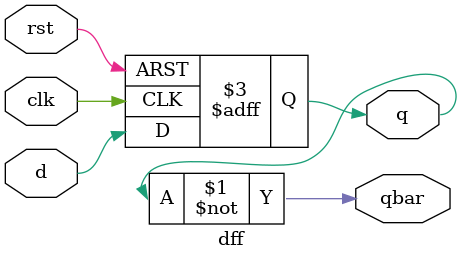
<source format=v>
module dff(d,clk,rst,q,qbar);
input d,clk,rst;
output q,qbar;
reg q;
wire qbar;

assign qbar = ~q;

always @ (posedge clk or posedge rst)
begin
if (rst)
q<=1'b0;
else
q <= d;
end

endmodule



</source>
